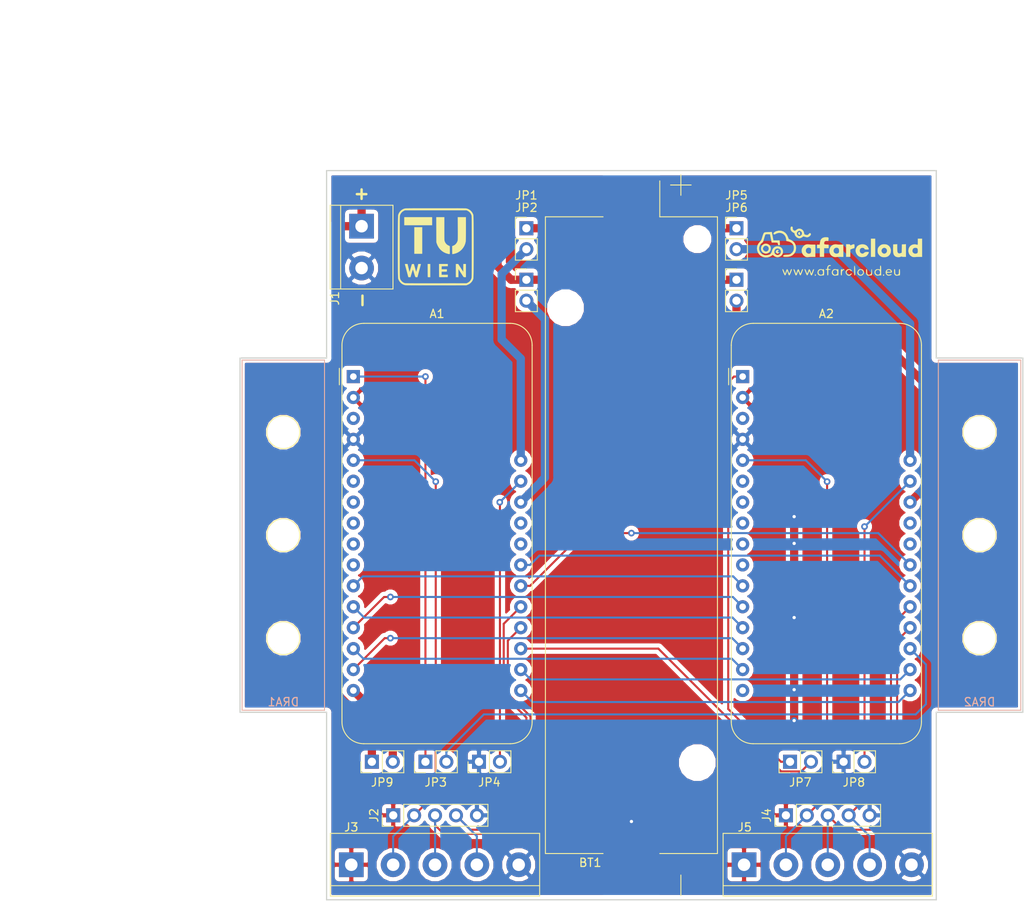
<source format=kicad_pcb>
(kicad_pcb (version 20171130) (host pcbnew 5.0.2-bee76a0~70~ubuntu18.04.1)
  (layers (0 F.Cu signal) (31 B.Cu signal) (34 B.Paste user) (35 F.Paste user) (36 B.SilkS user) (37 F.SilkS user) (38 B.Mask user) (39 F.Mask user) (44 Edge.Cuts user))
  (net 0 "")
  (net 1 GNDD)
  (net 2 VDD)
  (net 3 +BATT)
  (net 4 /V_USB)
  (net 5 /SERIAL_TX)
  (net 6 /SERIAL_RX)
  (net 7 /SPI_MISO)
  (net 8 /SPI_MOSI)
  (net 9 /SPI_SCK)
  (net 10 /A1_A0)
  (net 11 "Net-(A1-Pad1)")
  (net 12 "Net-(A1-Pad28)")
  (net 13 "Net-(A1-Pad27)")
  (net 14 "Net-(A1-Pad26)")
  (net 15 /A1_D2)
  (net 16 /A1_D1)
  (net 17 /RESET_2)
  (net 18 /I2C_SCL)
  (net 19 /I2C_SDA)
  (net 20 /RESET_1)
  (net 21 /A2_D1)
  (net 22 /A2_D2)
  (net 23 "Net-(A2-Pad26)")
  (net 24 "Net-(A2-Pad27)")
  (net 25 "Net-(A2-Pad28)")
  (net 26 "Net-(A2-Pad1)")
  (net 27 /A2_A0)
  (net 28 /I2C_CTS)
  (net 29 /I2C_RTS)
  (net 30 "Net-(A1-Pad16)")
  (module Connector_PinHeader_2.54mm:PinHeader_1x02_P2.54mm_Vertical (layer F.Cu) (at 158.25 127.5 90)
    (fp_text reference JP8 (at -2.5 1.25 180) (layer F.SilkS))
    (fp_text value Jumper_2_Open)
    (pad 1 thru_hole rect (at 0 0 90) (size 1.7 1.7) (drill 1) (layers *.Cu *.Mask) (net 1 GNDD))
    (pad 2 thru_hole oval (at 0 2.54 90) (size 1.7 1.7) (drill 1) (layers *.Cu *.Mask) (net 24 "Net-(A2-Pad27)"))
  )
  (module Battery:BatteryHolder_Keystone_1042_1x18650 (layer F.Cu) (at 132.5 100 270)
    (fp_text reference BT1 (at 39.75 5 180) (layer F.SilkS))
    (fp_text value Battery_Cell)
    (pad 1 smd rect (at -39.33 0 270) (size 7.34 6.35) (layers F.Cu F.Paste F.Mask) (net 3 +BATT))
    (pad 2 smd rect (at 39.33 0 270) (size 7.34 6.35) (layers F.Cu F.Paste F.Mask) (net 1 GNDD))
    (pad "" np_thru_hole circle (at 27.6 -8 270) (size 3.45 3.45) (drill 3.45) (layers *.Cu *.Mask))
    (pad "" np_thru_hole circle (at -27.6 8 270) (size 3.45 3.45) (drill 3.45) (layers *.Cu *.Mask))
    (pad "" np_thru_hole circle (at -35.93 -8 270) (size 2.39 2.39) (drill 2.39) (layers *.Cu *.Mask))
  )
  (module Module:Adafruit_Feather (layer F.Cu) (at 98.75 80.75)
    (fp_text reference A1 (at 10.16 -7.62) (layer F.SilkS))
    (fp_text value ActiniusIcarus)
    (pad 16 thru_hole circle (at 0 38.1 180) (size 1.6 1.6) (drill 0.8) (layers *.Cu *.Mask) (net 30 "Net-(A1-Pad16)"))
    (pad 15 thru_hole circle (at 0 35.56 180) (size 1.6 1.6) (drill 0.8) (layers *.Cu *.Mask) (net 5 /SERIAL_TX))
    (pad 14 thru_hole circle (at 0 33.02 180) (size 1.6 1.6) (drill 0.8) (layers *.Cu *.Mask) (net 6 /SERIAL_RX))
    (pad 13 thru_hole circle (at 0 30.48 180) (size 1.6 1.6) (drill 0.8) (layers *.Cu *.Mask) (net 7 /SPI_MISO))
    (pad 12 thru_hole circle (at 0 27.94 180) (size 1.6 1.6) (drill 0.8) (layers *.Cu *.Mask) (net 8 /SPI_MOSI))
    (pad 11 thru_hole circle (at 0 25.4 180) (size 1.6 1.6) (drill 0.8) (layers *.Cu *.Mask) (net 9 /SPI_SCK))
    (pad 10 thru_hole circle (at 0 22.86 180) (size 1.6 1.6) (drill 0.8) (layers *.Cu *.Mask))
    (pad 9 thru_hole circle (at 0 20.32 180) (size 1.6 1.6) (drill 0.8) (layers *.Cu *.Mask))
    (pad 8 thru_hole circle (at 0 17.78 180) (size 1.6 1.6) (drill 0.8) (layers *.Cu *.Mask))
    (pad 7 thru_hole circle (at 0 15.24 180) (size 1.6 1.6) (drill 0.8) (layers *.Cu *.Mask))
    (pad 6 thru_hole circle (at 0 12.7 180) (size 1.6 1.6) (drill 0.8) (layers *.Cu *.Mask))
    (pad 5 thru_hole circle (at 0 10.16 180) (size 1.6 1.6) (drill 0.8) (layers *.Cu *.Mask) (net 10 /A1_A0))
    (pad 4 thru_hole circle (at 0 7.62 180) (size 1.6 1.6) (drill 0.8) (layers *.Cu *.Mask) (net 1 GNDD))
    (pad 3 thru_hole circle (at 0 5.08 180) (size 1.6 1.6) (drill 0.8) (layers *.Cu *.Mask))
    (pad 2 thru_hole circle (at 0 2.54 180) (size 1.6 1.6) (drill 0.8) (layers *.Cu *.Mask) (net 2 VDD))
    (pad 1 thru_hole rect (at 0 0 180) (size 1.6 1.6) (drill 0.8) (layers *.Cu *.Mask) (net 11 "Net-(A1-Pad1)"))
    (pad 28 thru_hole circle (at 20.32 10.16 180) (size 1.6 1.6) (drill 0.8) (layers *.Cu *.Mask) (net 12 "Net-(A1-Pad28)"))
    (pad 27 thru_hole circle (at 20.32 12.7 180) (size 1.6 1.6) (drill 0.8) (layers *.Cu *.Mask) (net 13 "Net-(A1-Pad27)"))
    (pad 26 thru_hole circle (at 20.32 15.24 180) (size 1.6 1.6) (drill 0.8) (layers *.Cu *.Mask) (net 14 "Net-(A1-Pad26)"))
    (pad 25 thru_hole circle (at 20.32 17.78 180) (size 1.6 1.6) (drill 0.8) (layers *.Cu *.Mask))
    (pad 24 thru_hole circle (at 20.32 20.32 180) (size 1.6 1.6) (drill 0.8) (layers *.Cu *.Mask))
    (pad 23 thru_hole circle (at 20.32 22.86 180) (size 1.6 1.6) (drill 0.8) (layers *.Cu *.Mask) (net 28 /I2C_CTS))
    (pad 22 thru_hole circle (at 20.32 25.4 180) (size 1.6 1.6) (drill 0.8) (layers *.Cu *.Mask) (net 29 /I2C_RTS))
    (pad 21 thru_hole circle (at 20.32 27.94 180) (size 1.6 1.6) (drill 0.8) (layers *.Cu *.Mask) (net 15 /A1_D2))
    (pad 20 thru_hole circle (at 20.32 30.48 180) (size 1.6 1.6) (drill 0.8) (layers *.Cu *.Mask) (net 16 /A1_D1))
    (pad 19 thru_hole circle (at 20.32 33.02 180) (size 1.6 1.6) (drill 0.8) (layers *.Cu *.Mask) (net 17 /RESET_2))
    (pad 18 thru_hole circle (at 20.32 35.56 180) (size 1.6 1.6) (drill 0.8) (layers *.Cu *.Mask) (net 18 /I2C_SCL))
    (pad 17 thru_hole circle (at 20.32 38.1 180) (size 1.6 1.6) (drill 0.8) (layers *.Cu *.Mask) (net 19 /I2C_SDA))
  )
  (module Module:Adafruit_Feather (layer F.Cu) (at 146 80.75)
    (fp_text reference A2 (at 10.16 -7.62) (layer F.SilkS))
    (fp_text value ParticleXenon)
    (pad 17 thru_hole circle (at 20.32 38.1 180) (size 1.6 1.6) (drill 0.8) (layers *.Cu *.Mask) (net 19 /I2C_SDA))
    (pad 18 thru_hole circle (at 20.32 35.56 180) (size 1.6 1.6) (drill 0.8) (layers *.Cu *.Mask) (net 18 /I2C_SCL))
    (pad 19 thru_hole circle (at 20.32 33.02 180) (size 1.6 1.6) (drill 0.8) (layers *.Cu *.Mask) (net 20 /RESET_1))
    (pad 20 thru_hole circle (at 20.32 30.48 180) (size 1.6 1.6) (drill 0.8) (layers *.Cu *.Mask) (net 21 /A2_D1))
    (pad 21 thru_hole circle (at 20.32 27.94 180) (size 1.6 1.6) (drill 0.8) (layers *.Cu *.Mask) (net 22 /A2_D2))
    (pad 22 thru_hole circle (at 20.32 25.4 180) (size 1.6 1.6) (drill 0.8) (layers *.Cu *.Mask) (net 28 /I2C_CTS))
    (pad 23 thru_hole circle (at 20.32 22.86 180) (size 1.6 1.6) (drill 0.8) (layers *.Cu *.Mask) (net 29 /I2C_RTS))
    (pad 24 thru_hole circle (at 20.32 20.32 180) (size 1.6 1.6) (drill 0.8) (layers *.Cu *.Mask))
    (pad 25 thru_hole circle (at 20.32 17.78 180) (size 1.6 1.6) (drill 0.8) (layers *.Cu *.Mask))
    (pad 26 thru_hole circle (at 20.32 15.24 180) (size 1.6 1.6) (drill 0.8) (layers *.Cu *.Mask) (net 23 "Net-(A2-Pad26)"))
    (pad 27 thru_hole circle (at 20.32 12.7 180) (size 1.6 1.6) (drill 0.8) (layers *.Cu *.Mask) (net 24 "Net-(A2-Pad27)"))
    (pad 28 thru_hole circle (at 20.32 10.16 180) (size 1.6 1.6) (drill 0.8) (layers *.Cu *.Mask) (net 25 "Net-(A2-Pad28)"))
    (pad 1 thru_hole rect (at 0 0 180) (size 1.6 1.6) (drill 0.8) (layers *.Cu *.Mask) (net 26 "Net-(A2-Pad1)"))
    (pad 2 thru_hole circle (at 0 2.54 180) (size 1.6 1.6) (drill 0.8) (layers *.Cu *.Mask) (net 2 VDD))
    (pad 3 thru_hole circle (at 0 5.08 180) (size 1.6 1.6) (drill 0.8) (layers *.Cu *.Mask))
    (pad 4 thru_hole circle (at 0 7.62 180) (size 1.6 1.6) (drill 0.8) (layers *.Cu *.Mask) (net 1 GNDD))
    (pad 5 thru_hole circle (at 0 10.16 180) (size 1.6 1.6) (drill 0.8) (layers *.Cu *.Mask) (net 27 /A2_A0))
    (pad 6 thru_hole circle (at 0 12.7 180) (size 1.6 1.6) (drill 0.8) (layers *.Cu *.Mask))
    (pad 7 thru_hole circle (at 0 15.24 180) (size 1.6 1.6) (drill 0.8) (layers *.Cu *.Mask))
    (pad 8 thru_hole circle (at 0 17.78 180) (size 1.6 1.6) (drill 0.8) (layers *.Cu *.Mask))
    (pad 9 thru_hole circle (at 0 20.32 180) (size 1.6 1.6) (drill 0.8) (layers *.Cu *.Mask))
    (pad 10 thru_hole circle (at 0 22.86 180) (size 1.6 1.6) (drill 0.8) (layers *.Cu *.Mask))
    (pad 11 thru_hole circle (at 0 25.4 180) (size 1.6 1.6) (drill 0.8) (layers *.Cu *.Mask) (net 9 /SPI_SCK))
    (pad 12 thru_hole circle (at 0 27.94 180) (size 1.6 1.6) (drill 0.8) (layers *.Cu *.Mask) (net 7 /SPI_MISO))
    (pad 13 thru_hole circle (at 0 30.48 180) (size 1.6 1.6) (drill 0.8) (layers *.Cu *.Mask) (net 8 /SPI_MOSI))
    (pad 14 thru_hole circle (at 0 33.02 180) (size 1.6 1.6) (drill 0.8) (layers *.Cu *.Mask) (net 5 /SERIAL_TX))
    (pad 15 thru_hole circle (at 0 35.56 180) (size 1.6 1.6) (drill 0.8) (layers *.Cu *.Mask) (net 6 /SERIAL_RX))
    (pad 16 thru_hole circle (at 0 38.1 180) (size 1.6 1.6) (drill 0.8) (layers *.Cu *.Mask))
  )
  (module MountingEquipment:DINRailAdapter_3xM3_PhoenixContact_1201578 (layer F.Cu) (at 90.25 100 90)
    (fp_text reference DRA1 (at -20.25 0 180) (layer B.SilkS) (effects (justify mirror)))
    (fp_text value DIN_Rail_Adapter)
    (pad "" np_thru_hole circle (at 0 0 90) (size 3.2 3.2) (drill 3.2) (layers *.Cu *.Mask))
    (pad "" np_thru_hole circle (at 12.5 0 90) (size 3.2 3.2) (drill 3.2) (layers *.Cu *.Mask))
    (pad "" np_thru_hole circle (at -12.5 0 90) (size 3.2 3.2) (drill 3.2) (layers *.Cu *.Mask))
  )
  (module MountingEquipment:DINRailAdapter_3xM3_PhoenixContact_1201578 (layer F.Cu) (at 174.75 100 90)
    (fp_text reference DRA2 (at -20.25 0 180) (layer B.SilkS) (effects (justify mirror)))
    (fp_text value DIN_Rail_Adapter)
    (pad "" np_thru_hole circle (at -12.5 0 90) (size 3.2 3.2) (drill 3.2) (layers *.Cu *.Mask))
    (pad "" np_thru_hole circle (at 12.5 0 90) (size 3.2 3.2) (drill 3.2) (layers *.Cu *.Mask))
    (pad "" np_thru_hole circle (at 0 0 90) (size 3.2 3.2) (drill 3.2) (layers *.Cu *.Mask))
  )
  (module TerminalBlock:TerminalBlock_bornier-2_P5.08mm (layer F.Cu) (at 99.75 62.5 270)
    (fp_text reference J1 (at 8.75 3.25 270) (layer F.SilkS))
    (fp_text value Solar)
    (pad 1 thru_hole rect (at 0 0 270) (size 3 3) (drill 1.52) (layers *.Cu *.Mask) (net 4 /V_USB))
    (pad 2 thru_hole circle (at 5.08 0 270) (size 3 3) (drill 1.52) (layers *.Cu *.Mask) (net 1 GNDD))
  )
  (module Misc:afarcloud_logo_20x6mm (layer F.Cu) (at 150.5 64.75)
    (fp_text reference G*** hide)
    (fp_text value LOGO hide)
  )
  (module Misc:afarcloud_logo_20x6mm (layer F.Cu) (at 149.25 61)
    (fp_text reference G*** hide)
    (fp_text value LOGO hide)
  )
  (module Misc:afarcloud_logo_20x6mm (layer F.Cu) (at 157.75 65.5)
    (fp_text reference G*** hide)
    (fp_text value LOGO hide)
  )
  (module Misc:TU_Logo_Framed (layer F.Cu) (at 108.75 65)
    (fp_text reference G*** hide)
    (fp_text value LOGO hide)
  )
  (module Connector_PinHeader_2.54mm:PinHeader_1x05_P2.54mm_Vertical (layer F.Cu) (at 103.59 134 90)
    (fp_text reference J2 (at 0 -2.33 90) (layer F.SilkS))
    (fp_text value Conn_A1)
    (pad 5 thru_hole oval (at 0 10.16 90) (size 1.7 1.7) (drill 1) (layers *.Cu *.Mask) (net 1 GNDD))
    (pad 4 thru_hole oval (at 0 7.62 90) (size 1.7 1.7) (drill 1) (layers *.Cu *.Mask) (net 15 /A1_D2))
    (pad 3 thru_hole oval (at 0 5.08 90) (size 1.7 1.7) (drill 1) (layers *.Cu *.Mask) (net 16 /A1_D1))
    (pad 2 thru_hole oval (at 0 2.54 90) (size 1.7 1.7) (drill 1) (layers *.Cu *.Mask) (net 10 /A1_A0))
    (pad 1 thru_hole rect (at 0 0 90) (size 1.7 1.7) (drill 1) (layers *.Cu *.Mask) (net 2 VDD))
  )
  (module TerminalBlock:TerminalBlock_bornier-5_P5.08mm (layer F.Cu) (at 98.5 140)
    (fp_text reference J3 (at 0 -4.55) (layer F.SilkS))
    (fp_text value Conn_A1)
    (pad 5 thru_hole circle (at 20.32 0) (size 3 3) (drill 1.52) (layers *.Cu *.Mask) (net 1 GNDD))
    (pad 4 thru_hole circle (at 15.24 0) (size 3 3) (drill 1.52) (layers *.Cu *.Mask) (net 15 /A1_D2))
    (pad 1 thru_hole rect (at 0 0) (size 3 3) (drill 1.52) (layers *.Cu *.Mask) (net 2 VDD))
    (pad 3 thru_hole circle (at 10.16 0) (size 3 3) (drill 1.52) (layers *.Cu *.Mask) (net 16 /A1_D1))
    (pad 2 thru_hole circle (at 5.08 0) (size 3 3) (drill 1.52) (layers *.Cu *.Mask) (net 10 /A1_A0))
  )
  (module Connector_PinHeader_2.54mm:PinHeader_1x05_P2.54mm_Vertical (layer F.Cu) (at 151.25 134 90)
    (fp_text reference J4 (at 0 -2.33 90) (layer F.SilkS))
    (fp_text value Conn_A2)
    (pad 1 thru_hole rect (at 0 0 90) (size 1.7 1.7) (drill 1) (layers *.Cu *.Mask) (net 2 VDD))
    (pad 2 thru_hole oval (at 0 2.54 90) (size 1.7 1.7) (drill 1) (layers *.Cu *.Mask) (net 27 /A2_A0))
    (pad 3 thru_hole oval (at 0 5.08 90) (size 1.7 1.7) (drill 1) (layers *.Cu *.Mask) (net 21 /A2_D1))
    (pad 4 thru_hole oval (at 0 7.62 90) (size 1.7 1.7) (drill 1) (layers *.Cu *.Mask) (net 22 /A2_D2))
    (pad 5 thru_hole oval (at 0 10.16 90) (size 1.7 1.7) (drill 1) (layers *.Cu *.Mask) (net 1 GNDD))
  )
  (module TerminalBlock:TerminalBlock_bornier-5_P5.08mm (layer F.Cu) (at 146.17 140)
    (fp_text reference J5 (at 0.08 -4.55) (layer F.SilkS))
    (fp_text value Conn_A2)
    (pad 2 thru_hole circle (at 5.08 0) (size 3 3) (drill 1.52) (layers *.Cu *.Mask) (net 27 /A2_A0))
    (pad 3 thru_hole circle (at 10.16 0) (size 3 3) (drill 1.52) (layers *.Cu *.Mask) (net 21 /A2_D1))
    (pad 1 thru_hole rect (at 0 0) (size 3 3) (drill 1.52) (layers *.Cu *.Mask) (net 2 VDD))
    (pad 4 thru_hole circle (at 15.24 0) (size 3 3) (drill 1.52) (layers *.Cu *.Mask) (net 22 /A2_D2))
    (pad 5 thru_hole circle (at 20.32 0) (size 3 3) (drill 1.52) (layers *.Cu *.Mask) (net 1 GNDD))
  )
  (module Connector_PinHeader_2.54mm:PinHeader_1x02_P2.54mm_Vertical (layer F.Cu) (at 119.75 62.75)
    (fp_text reference JP1 (at 0 -4 180) (layer F.SilkS))
    (fp_text value Jumper_2_Open)
    (pad 1 thru_hole rect (at 0 0) (size 1.7 1.7) (drill 1) (layers *.Cu *.Mask) (net 3 +BATT))
    (pad 2 thru_hole oval (at 0 2.54) (size 1.7 1.7) (drill 1) (layers *.Cu *.Mask) (net 12 "Net-(A1-Pad28)"))
  )
  (module Connector_PinHeader_2.54mm:PinHeader_1x02_P2.54mm_Vertical (layer F.Cu) (at 119.75 69)
    (fp_text reference JP2 (at 0 -8.75 180) (layer F.SilkS))
    (fp_text value Jumper_2_Open)
    (pad 2 thru_hole oval (at 0 2.54) (size 1.7 1.7) (drill 1) (layers *.Cu *.Mask) (net 14 "Net-(A1-Pad26)"))
    (pad 1 thru_hole rect (at 0 0) (size 1.7 1.7) (drill 1) (layers *.Cu *.Mask) (net 4 /V_USB))
  )
  (module Connector_PinHeader_2.54mm:PinHeader_1x02_P2.54mm_Vertical (layer F.Cu) (at 107.5 127.5 90)
    (fp_text reference JP3 (at -2.5 1.25 180) (layer F.SilkS))
    (fp_text value Jumper_2_Open)
    (pad 2 thru_hole oval (at 0 2.54 90) (size 1.7 1.7) (drill 1) (layers *.Cu *.Mask) (net 20 /RESET_1))
    (pad 1 thru_hole rect (at 0 0 90) (size 1.7 1.7) (drill 1) (layers *.Cu *.Mask) (net 11 "Net-(A1-Pad1)"))
  )
  (module Connector_PinHeader_2.54mm:PinHeader_1x02_P2.54mm_Vertical (layer F.Cu) (at 114 127.5 90)
    (fp_text reference JP4 (at -2.5 1.25 180) (layer F.SilkS))
    (fp_text value Jumper_2_Open)
    (pad 2 thru_hole oval (at 0 2.54 90) (size 1.7 1.7) (drill 1) (layers *.Cu *.Mask) (net 13 "Net-(A1-Pad27)"))
    (pad 1 thru_hole rect (at 0 0 90) (size 1.7 1.7) (drill 1) (layers *.Cu *.Mask) (net 1 GNDD))
  )
  (module Connector_PinHeader_2.54mm:PinHeader_1x02_P2.54mm_Vertical (layer F.Cu) (at 145.25 62.75)
    (fp_text reference JP5 (at 0 -4 180) (layer F.SilkS))
    (fp_text value Jumper_2_Open)
    (pad 2 thru_hole oval (at 0 2.54) (size 1.7 1.7) (drill 1) (layers *.Cu *.Mask) (net 25 "Net-(A2-Pad28)"))
    (pad 1 thru_hole rect (at 0 0) (size 1.7 1.7) (drill 1) (layers *.Cu *.Mask) (net 3 +BATT))
  )
  (module Connector_PinHeader_2.54mm:PinHeader_1x02_P2.54mm_Vertical (layer F.Cu) (at 145.25 69)
    (fp_text reference JP6 (at 0 -8.75 180) (layer F.SilkS))
    (fp_text value Jumper_2_Open)
    (pad 1 thru_hole rect (at 0 0) (size 1.7 1.7) (drill 1) (layers *.Cu *.Mask) (net 4 /V_USB))
    (pad 2 thru_hole oval (at 0 2.54) (size 1.7 1.7) (drill 1) (layers *.Cu *.Mask) (net 23 "Net-(A2-Pad26)"))
  )
  (module Connector_PinHeader_2.54mm:PinHeader_1x02_P2.54mm_Vertical (layer F.Cu) (at 151.75 127.5 90)
    (fp_text reference JP7 (at -2.5 1.25 180) (layer F.SilkS))
    (fp_text value Jumper_2_Open)
    (pad 1 thru_hole rect (at 0 0 90) (size 1.7 1.7) (drill 1) (layers *.Cu *.Mask) (net 26 "Net-(A2-Pad1)"))
    (pad 2 thru_hole oval (at 0 2.54 90) (size 1.7 1.7) (drill 1) (layers *.Cu *.Mask) (net 17 /RESET_2))
  )
  (module Connector_PinHeader_2.54mm:PinHeader_1x02_P2.54mm_Vertical (layer F.Cu) (at 101 127.5 90)
    (fp_text reference JP9 (at -2.5 1.25 180) (layer F.SilkS))
    (fp_text value Jumper_2_Open)
    (pad 1 thru_hole rect (at 0 0 90) (size 1.7 1.7) (drill 1) (layers *.Cu *.Mask) (net 4 /V_USB))
    (pad 2 thru_hole oval (at 0 2.54 90) (size 1.7 1.7) (drill 1) (layers *.Cu *.Mask) (net 30 "Net-(A1-Pad16)"))
  )
  (gr_text - (at 99.75 71.5 90) (layer F.SilkS) (effects (font (size 1.5 1.5) (thickness 0.3))))
  (gr_text + (at 99.75 58.5) (layer F.SilkS) (effects (font (size 1.5 1.5) (thickness 0.3))))
  (gr_line (start 95.5 78.5) (end 95.5 55.75) (layer Edge.Cuts) (width 0.15))
  (gr_line (start 85 78.5) (end 95.5 78.5) (layer Edge.Cuts) (width 0.15))
  (gr_line (start 95.5 121.5) (end 85 121.5) (layer Edge.Cuts) (width 0.15))
  (gr_line (start 95.5 144.25) (end 95.5 121.5) (layer Edge.Cuts) (width 0.15))
  (gr_line (start 169.5 144.25) (end 95.5 144.25) (layer Edge.Cuts) (width 0.15))
  (gr_line (start 169.5 121.5) (end 169.5 144.25) (layer Edge.Cuts) (width 0.15))
  (gr_line (start 180 121.5) (end 169.5 121.5) (layer Edge.Cuts) (width 0.15))
  (gr_line (start 180 78.5) (end 180 121.5) (layer Edge.Cuts) (width 0.15))
  (gr_line (start 169.5 78.5) (end 180 78.5) (layer Edge.Cuts) (width 0.15))
  (gr_line (start 169.5 55.75) (end 169.5 78.5) (layer Edge.Cuts) (width 0.15))
  (gr_line (start 95.5 55.75) (end 169.5 55.75) (layer Edge.Cuts) (width 0.15))
  (gr_line (start 85 121.5) (end 85 78.5) (layer Edge.Cuts) (width 0.15))
  (via (at 132.5 134.75) (size 0.8) (drill 0.4) (layers F.Cu B.Cu) (net 1))
  (segment (start 132.5 139.33) (end 132.5 134.75) (width 1) (layer F.Cu) (net 1))
  (via (at 152.25 122.5) (size 0.8) (drill 0.4) (layers F.Cu B.Cu) (net 1))
  (via (at 152.25 97.75) (size 0.8) (drill 0.4) (layers F.Cu B.Cu) (net 1))
  (segment (start 152.25 122.5) (end 152.25 118.75) (width 1) (layer F.Cu) (net 1))
  (segment (start 152.25 110) (end 152.25 101) (width 1) (layer F.Cu) (net 1))
  (via (at 152.25 110) (size 0.8) (drill 0.4) (layers F.Cu B.Cu) (net 1))
  (segment (start 152.25 118.75) (end 152.25 110) (width 1) (layer F.Cu) (net 1))
  (via (at 152.25 118.75) (size 0.8) (drill 0.4) (layers F.Cu B.Cu) (net 1))
  (segment (start 152.25 101) (end 152.25 97.75) (width 1) (layer F.Cu) (net 1))
  (via (at 152.25 101) (size 0.8) (drill 0.4) (layers F.Cu B.Cu) (net 1))
  (segment (start 132.5 60.67) (end 140.92 60.67) (width 1) (layer F.Cu) (net 3))
  (segment (start 143 62.75) (end 145.25 62.75) (width 1) (layer F.Cu) (net 3))
  (segment (start 140.92 60.67) (end 143 62.75) (width 1) (layer F.Cu) (net 3))
  (segment (start 132.5 60.67) (end 124.08 60.67) (width 1) (layer F.Cu) (net 3))
  (segment (start 122 62.75) (end 119.75 62.75) (width 1) (layer F.Cu) (net 3))
  (segment (start 124.08 60.67) (end 122 62.75) (width 1) (layer F.Cu) (net 3))
  (segment (start 119.75 69) (end 145.25 69) (width 1) (layer F.Cu) (net 4))
  (segment (start 117.9 69) (end 119.75 69) (width 1) (layer F.Cu) (net 4))
  (segment (start 99.75 60) (end 101.25 58.5) (width 1) (layer F.Cu) (net 4))
  (segment (start 101.25 58.5) (end 114.25 58.5) (width 1) (layer F.Cu) (net 4))
  (segment (start 99.75 62.5) (end 99.75 60) (width 1) (layer F.Cu) (net 4))
  (segment (start 114.25 58.5) (end 116.25 60.5) (width 1) (layer F.Cu) (net 4))
  (segment (start 116.25 60.5) (end 116.25 67.35) (width 1) (layer F.Cu) (net 4))
  (segment (start 116.25 67.35) (end 117.9 69) (width 1) (layer F.Cu) (net 4))
  (segment (start 97.25 62.5) (end 99.75 62.5) (width 1) (layer F.Cu) (net 4))
  (segment (start 101 127.5) (end 101 123.5) (width 1) (layer F.Cu) (net 4))
  (segment (start 101 123.5) (end 96.75 119.25) (width 1) (layer F.Cu) (net 4))
  (segment (start 96.75 71.5) (end 96.75 63) (width 1) (layer F.Cu) (net 4))
  (segment (start 96.75 119.25) (end 96.75 71.5) (width 1) (layer F.Cu) (net 4))
  (segment (start 96.75 63) (end 97.25 62.5) (width 1) (layer F.Cu) (net 4))
  (segment (start 146 113.77) (end 144.73 112.5) (width 0.25) (layer B.Cu) (net 5))
  (via (at 103.25 112.5) (size 0.8) (drill 0.4) (layers F.Cu B.Cu) (net 5))
  (segment (start 98.75 116.31) (end 102.56 112.5) (width 0.25) (layer F.Cu) (net 5))
  (segment (start 102.56 112.5) (end 103.25 112.5) (width 0.25) (layer F.Cu) (net 5))
  (segment (start 103.25 112.5) (end 144.73 112.5) (width 0.25) (layer B.Cu) (net 5))
  (segment (start 146 116.31) (end 144.69 115) (width 0.25) (layer B.Cu) (net 6))
  (segment (start 99.98 115) (end 98.75 113.77) (width 0.25) (layer B.Cu) (net 6))
  (segment (start 144.69 115) (end 99.98 115) (width 0.25) (layer B.Cu) (net 6))
  (via (at 103.25 107.5) (size 0.8) (drill 0.4) (layers F.Cu B.Cu) (net 7))
  (segment (start 98.75 111.23) (end 102.48 107.5) (width 0.25) (layer F.Cu) (net 7))
  (segment (start 102.48 107.5) (end 103.25 107.5) (width 0.25) (layer F.Cu) (net 7))
  (segment (start 144.81 107.5) (end 146 108.69) (width 0.25) (layer B.Cu) (net 7))
  (segment (start 103.25 107.5) (end 144.81 107.5) (width 0.25) (layer B.Cu) (net 7))
  (segment (start 146 111.23) (end 144.77 110) (width 0.25) (layer B.Cu) (net 8))
  (segment (start 100.06 110) (end 98.75 108.69) (width 0.25) (layer B.Cu) (net 8))
  (segment (start 144.77 110) (end 100.06 110) (width 0.25) (layer B.Cu) (net 8))
  (segment (start 146 106.15) (end 144.85 105) (width 0.25) (layer B.Cu) (net 9))
  (segment (start 99.9 105) (end 98.75 106.15) (width 0.25) (layer B.Cu) (net 9))
  (segment (start 144.85 105) (end 99.9 105) (width 0.25) (layer B.Cu) (net 9))
  (segment (start 103.58 136.55) (end 106.13 134) (width 0.25) (layer B.Cu) (net 10))
  (segment (start 103.58 140) (end 103.58 136.55) (width 0.25) (layer B.Cu) (net 10))
  (segment (start 106.13 134) (end 108.75 131.38) (width 0.25) (layer F.Cu) (net 10))
  (segment (start 98.75 90.91) (end 106.16 90.91) (width 0.25) (layer B.Cu) (net 10))
  (via (at 108.75 93.5) (size 0.8) (drill 0.4) (layers F.Cu B.Cu) (net 10))
  (segment (start 106.16 90.91) (end 108.75 93.5) (width 0.25) (layer B.Cu) (net 10))
  (segment (start 108.75 131.38) (end 108.75 93.5) (width 0.25) (layer F.Cu) (net 10))
  (via (at 107.5 80.75) (size 0.8) (drill 0.4) (layers F.Cu B.Cu) (net 11))
  (segment (start 107.5 127.5) (end 107.5 80.75) (width 0.25) (layer F.Cu) (net 11))
  (segment (start 107.5 80.75) (end 98.75 80.75) (width 0.25) (layer B.Cu) (net 11))
  (segment (start 119.07 90.91) (end 119.07 78.57) (width 1) (layer B.Cu) (net 12))
  (segment (start 119.07 78.57) (end 116.75 76.25) (width 1) (layer B.Cu) (net 12))
  (segment (start 116.75 76.25) (end 116.75 68.29) (width 1) (layer B.Cu) (net 12))
  (segment (start 116.75 68.29) (end 119.75 65.29) (width 1) (layer B.Cu) (net 12))
  (segment (start 116.54 96.02) (end 116.52 96) (width 0.25) (layer F.Cu) (net 13))
  (segment (start 116.54 127.5) (end 116.54 96.02) (width 0.25) (layer F.Cu) (net 13))
  (via (at 116.52 96) (size 0.8) (drill 0.4) (layers F.Cu B.Cu) (net 13))
  (segment (start 119.07 93.45) (end 116.52 96) (width 0.25) (layer B.Cu) (net 13))
  (segment (start 119.75 71.54) (end 122 73.79) (width 1) (layer B.Cu) (net 14))
  (segment (start 121.56 93.5) (end 119.07 95.99) (width 1) (layer B.Cu) (net 14))
  (segment (start 121.56 93.5) (end 121.56 93.44) (width 1) (layer B.Cu) (net 14))
  (segment (start 121.56 93.44) (end 122 93) (width 1) (layer B.Cu) (net 14))
  (segment (start 122 93) (end 122 73.79) (width 1) (layer B.Cu) (net 14))
  (segment (start 113.74 136.53) (end 111.21 134) (width 0.25) (layer B.Cu) (net 15))
  (segment (start 113.74 140) (end 113.74 136.53) (width 0.25) (layer B.Cu) (net 15))
  (segment (start 112.96 135.75) (end 111.21 134) (width 0.25) (layer F.Cu) (net 15))
  (segment (start 117 110.76) (end 117 119.38641) (width 0.25) (layer F.Cu) (net 15))
  (segment (start 117 119.38641) (end 119.75 122.13641) (width 0.25) (layer F.Cu) (net 15))
  (segment (start 119.75 122.13641) (end 119.75 131.25) (width 0.25) (layer F.Cu) (net 15))
  (segment (start 119.07 108.69) (end 117 110.76) (width 0.25) (layer F.Cu) (net 15))
  (segment (start 119.75 131.25) (end 115.25 135.75) (width 0.25) (layer F.Cu) (net 15))
  (segment (start 115.25 135.75) (end 112.96 135.75) (width 0.25) (layer F.Cu) (net 15))
  (segment (start 108.67 139.99) (end 108.66 140) (width 0.25) (layer B.Cu) (net 16))
  (segment (start 108.67 134) (end 108.67 139.99) (width 0.25) (layer B.Cu) (net 16))
  (segment (start 117.5 119.25) (end 117.5 112.8) (width 0.25) (layer F.Cu) (net 16))
  (segment (start 117.5 112.8) (end 119.07 111.23) (width 0.25) (layer F.Cu) (net 16))
  (segment (start 108.67 135.202081) (end 109.717919 136.25) (width 0.25) (layer F.Cu) (net 16))
  (segment (start 109.717919 136.25) (end 115.5 136.25) (width 0.25) (layer F.Cu) (net 16))
  (segment (start 120.25 122) (end 117.5 119.25) (width 0.25) (layer F.Cu) (net 16))
  (segment (start 108.67 134) (end 108.67 135.202081) (width 0.25) (layer F.Cu) (net 16))
  (segment (start 115.5 136.25) (end 120.25 131.5) (width 0.25) (layer F.Cu) (net 16))
  (segment (start 120.25 131.5) (end 120.25 122) (width 0.25) (layer F.Cu) (net 16))
  (segment (start 153.114999 128.675001) (end 150.675001 128.675001) (width 0.25) (layer F.Cu) (net 17))
  (segment (start 154.29 127.5) (end 153.114999 128.675001) (width 0.25) (layer F.Cu) (net 17))
  (segment (start 135.77 113.77) (end 119.07 113.77) (width 0.25) (layer F.Cu) (net 17))
  (segment (start 150.675001 128.675001) (end 135.77 113.77) (width 0.25) (layer F.Cu) (net 17))
  (segment (start 119.07 116.31) (end 120.26 117.5) (width 0.25) (layer B.Cu) (net 18))
  (segment (start 165.13 117.5) (end 166.32 116.31) (width 0.25) (layer B.Cu) (net 18))
  (segment (start 120.26 117.5) (end 165.13 117.5) (width 0.25) (layer B.Cu) (net 18))
  (segment (start 119.07 118.85) (end 120.47 120.25) (width 0.25) (layer B.Cu) (net 19))
  (segment (start 164.92 120.25) (end 166.32 118.85) (width 0.25) (layer B.Cu) (net 19))
  (segment (start 120.47 120.25) (end 164.92 120.25) (width 0.25) (layer B.Cu) (net 19))
  (segment (start 110.04 126.297919) (end 114.587919 121.75) (width 0.25) (layer B.Cu) (net 20))
  (segment (start 110.04 127.5) (end 110.04 126.297919) (width 0.25) (layer B.Cu) (net 20))
  (segment (start 114.587919 121.75) (end 167 121.75) (width 0.25) (layer B.Cu) (net 20))
  (segment (start 167 121.75) (end 168.25 120.5) (width 0.25) (layer B.Cu) (net 20))
  (segment (start 168.25 115.7) (end 166.32 113.77) (width 0.25) (layer B.Cu) (net 20))
  (segment (start 168.25 120.5) (end 168.25 115.7) (width 0.25) (layer B.Cu) (net 20))
  (segment (start 156.33 140) (end 156.33 134) (width 0.25) (layer B.Cu) (net 21))
  (segment (start 166.32 111.23) (end 164.75 112.8) (width 0.25) (layer F.Cu) (net 21))
  (segment (start 164.75 112.8) (end 164.75 134) (width 0.25) (layer F.Cu) (net 21))
  (segment (start 164.75 134) (end 163 135.75) (width 0.25) (layer F.Cu) (net 21))
  (segment (start 158.08 135.75) (end 156.33 134) (width 0.25) (layer F.Cu) (net 21))
  (segment (start 163 135.75) (end 158.08 135.75) (width 0.25) (layer F.Cu) (net 21))
  (segment (start 161.41 136.54) (end 158.87 134) (width 0.25) (layer B.Cu) (net 22))
  (segment (start 161.41 140) (end 161.41 136.54) (width 0.25) (layer B.Cu) (net 22))
  (segment (start 164 111.01) (end 166.32 108.69) (width 0.25) (layer F.Cu) (net 22))
  (segment (start 158.87 134) (end 164 128.87) (width 0.25) (layer F.Cu) (net 22))
  (segment (start 164 128.87) (end 164 111.01) (width 0.25) (layer F.Cu) (net 22))
  (segment (start 168.5 82) (end 168.5 93.81) (width 1) (layer F.Cu) (net 23))
  (segment (start 161.5 75) (end 168.5 82) (width 1) (layer F.Cu) (net 23))
  (segment (start 146.5 75) (end 161.5 75) (width 1) (layer F.Cu) (net 23))
  (segment (start 145.25 71.54) (end 145.25 73.75) (width 1) (layer F.Cu) (net 23))
  (segment (start 168.5 93.81) (end 166.32 95.99) (width 1) (layer F.Cu) (net 23))
  (segment (start 145.25 73.75) (end 146.5 75) (width 1) (layer F.Cu) (net 23))
  (segment (start 160.79 98.96) (end 160.79 127.5) (width 0.25) (layer F.Cu) (net 24))
  (via (at 160.79 98.96) (size 0.8) (drill 0.4) (layers F.Cu B.Cu) (net 24))
  (segment (start 166.32 93.45) (end 160.81 98.96) (width 0.25) (layer B.Cu) (net 24))
  (segment (start 160.81 98.96) (end 160.79 98.96) (width 0.25) (layer B.Cu) (net 24))
  (segment (start 145.25 65.29) (end 157.29 65.29) (width 1) (layer B.Cu) (net 25))
  (segment (start 166.32 74.32) (end 166.32 90.91) (width 1) (layer B.Cu) (net 25))
  (segment (start 157.29 65.29) (end 166.32 74.32) (width 1) (layer B.Cu) (net 25))
  (segment (start 150.65 127.5) (end 144.25 121.1) (width 0.25) (layer F.Cu) (net 26))
  (segment (start 151.75 127.5) (end 150.65 127.5) (width 0.25) (layer F.Cu) (net 26))
  (segment (start 144.25 81.45) (end 144.95 80.75) (width 0.25) (layer F.Cu) (net 26))
  (segment (start 144.95 80.75) (end 146 80.75) (width 0.25) (layer F.Cu) (net 26))
  (segment (start 144.25 121.1) (end 144.25 81.45) (width 0.25) (layer F.Cu) (net 26))
  (segment (start 151.25 136.54) (end 153.79 134) (width 0.25) (layer B.Cu) (net 27))
  (segment (start 151.25 140) (end 151.25 136.54) (width 0.25) (layer B.Cu) (net 27))
  (segment (start 153.79 134) (end 156.25 131.54) (width 0.25) (layer F.Cu) (net 27))
  (segment (start 156.25 131.54) (end 156.25 93.5) (width 0.25) (layer F.Cu) (net 27))
  (via (at 156.25 93.5) (size 0.8) (drill 0.4) (layers F.Cu B.Cu) (net 27))
  (segment (start 146 90.91) (end 153.66 90.91) (width 0.25) (layer B.Cu) (net 27))
  (segment (start 153.66 90.91) (end 156.25 93.5) (width 0.25) (layer B.Cu) (net 27))
  (segment (start 121.326371 102.484999) (end 162.654999 102.484999) (width 0.25) (layer B.Cu) (net 28))
  (segment (start 120.20137 103.61) (end 121.326371 102.484999) (width 0.25) (layer B.Cu) (net 28))
  (segment (start 165.520001 105.350001) (end 166.32 106.15) (width 0.25) (layer B.Cu) (net 28))
  (segment (start 162.654999 102.484999) (end 165.520001 105.350001) (width 0.25) (layer B.Cu) (net 28))
  (segment (start 119.07 103.61) (end 120.20137 103.61) (width 0.25) (layer B.Cu) (net 28))
  (segment (start 120.20137 106.15) (end 126.60137 99.75) (width 0.25) (layer F.Cu) (net 29))
  (segment (start 119.07 106.15) (end 120.20137 106.15) (width 0.25) (layer F.Cu) (net 29))
  (via (at 132.5 99.75) (size 0.8) (drill 0.4) (layers F.Cu B.Cu) (net 29))
  (segment (start 126.60137 99.75) (end 132.5 99.75) (width 0.25) (layer F.Cu) (net 29))
  (segment (start 162.46 99.75) (end 166.32 103.61) (width 0.25) (layer B.Cu) (net 29))
  (segment (start 132.5 99.75) (end 162.46 99.75) (width 0.25) (layer B.Cu) (net 29))
  (segment (start 103.54 123.64) (end 98.75 118.85) (width 1) (layer F.Cu) (net 30))
  (segment (start 103.54 127.5) (end 103.54 123.64) (width 1) (layer F.Cu) (net 30))
  (zone (net 1) (net_name GNDD) (layer B.Cu) (connect_pads (clearance 0.508)) (min_thickness 0.254) (fill yes (arc_segments 16) (thermal_gap 0.508) (thermal_bridge_width 0.508))
    (polygon (pts (xy 85 144.25) (xy 85 55.75) (xy 180 55.75) (xy 180 144.25)))
  )
  (zone (net 2) (net_name VDD) (layer F.Cu) (connect_pads (clearance 0.508)) (min_thickness 0.254) (fill yes (arc_segments 16) (thermal_gap 0.508) (thermal_bridge_width 0.508))
    (polygon (pts (xy 85 144.25) (xy 85 55.75) (xy 180 55.75) (xy 180 144.25)))
  )
)
</source>
